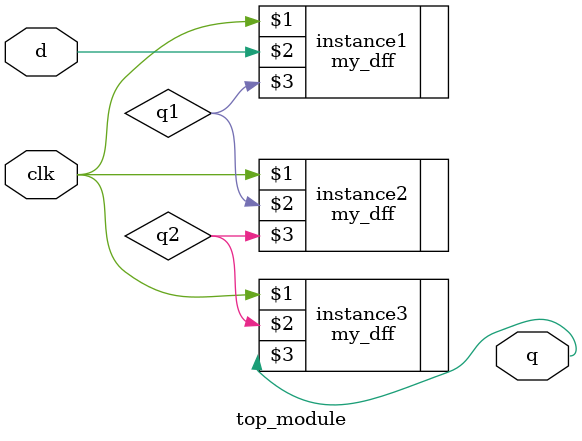
<source format=v>
module top_module ( input clk, input d, output q );
    wire q1,q2;
    my_dff instance1(clk, d, q1);
    my_dff instance2(clk, q1, q2);
    my_dff instance3(clk, q2, q);
endmodule

</source>
